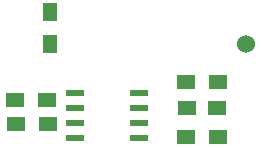
<source format=gbr>
G04 #@! TF.FileFunction,Paste,Top*
%FSLAX46Y46*%
G04 Gerber Fmt 4.6, Leading zero omitted, Abs format (unit mm)*
G04 Created by KiCad (PCBNEW 0.201506122246+5743~23~ubuntu14.10.1-product) date Sun 14 Jun 2015 08:35:05 PM EDT*
%MOMM*%
G01*
G04 APERTURE LIST*
%ADD10C,0.100000*%
%ADD11R,1.500000X1.250000*%
%ADD12R,1.300000X1.500000*%
%ADD13R,1.500000X1.300000*%
%ADD14R,1.550000X0.600000*%
%ADD15C,1.524000*%
G04 APERTURE END LIST*
D10*
D11*
X167456800Y-94284800D03*
X169956800Y-94284800D03*
D12*
X155854400Y-88878400D03*
X155854400Y-86178400D03*
D13*
X167356800Y-92049600D03*
X170056800Y-92049600D03*
X152878800Y-93573600D03*
X155578800Y-93573600D03*
X155629600Y-95605600D03*
X152929600Y-95605600D03*
X170056800Y-96723200D03*
X167356800Y-96723200D03*
D14*
X157980400Y-93040200D03*
X157980400Y-94310200D03*
X157980400Y-95580200D03*
X157980400Y-96850200D03*
X163380400Y-96850200D03*
X163380400Y-95580200D03*
X163380400Y-94310200D03*
X163380400Y-93040200D03*
D15*
X172466000Y-88900000D03*
M02*

</source>
